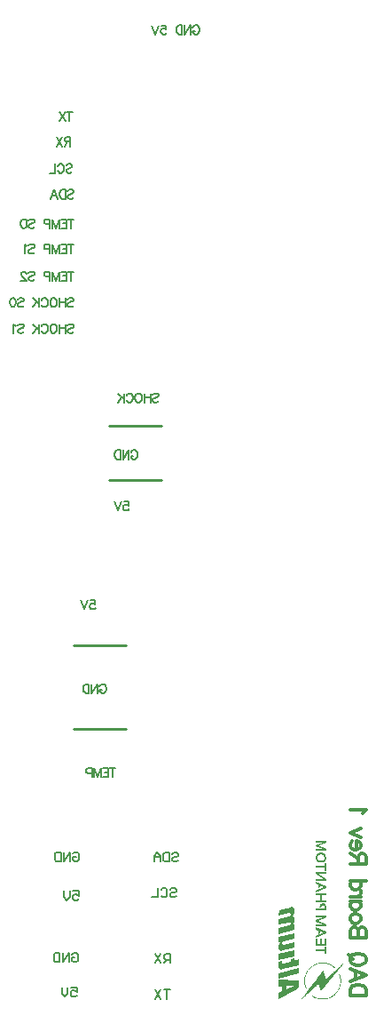
<source format=gbo>
G04*
G04 #@! TF.GenerationSoftware,Altium Limited,Altium Designer,20.2.6 (244)*
G04*
G04 Layer_Color=32896*
%FSLAX25Y25*%
%MOIN*%
G70*
G04*
G04 #@! TF.SameCoordinates,AB67291A-AA9B-40AF-8186-DAF89046D4B2*
G04*
G04*
G04 #@! TF.FilePolarity,Positive*
G04*
G01*
G75*
%ADD13C,0.01000*%
%ADD15C,0.00620*%
%ADD17C,0.01181*%
G36*
X126924Y75602D02*
X126932D01*
X126939D01*
X126975Y75594D01*
X127034Y75572D01*
X127106Y75551D01*
X127179Y75521D01*
X127260Y75478D01*
X127340Y75419D01*
X127413Y75354D01*
X127420Y75346D01*
X127442Y75317D01*
X127471Y75266D01*
X127507Y75208D01*
X127544Y75135D01*
X127588Y75040D01*
X127624Y74945D01*
X127653Y74836D01*
X127661Y74822D01*
X127668Y74785D01*
X127682Y74727D01*
X127697Y74647D01*
X127711Y74545D01*
X127719Y74428D01*
X127733Y74304D01*
Y74071D01*
X127726Y74005D01*
X127719Y73925D01*
X127711Y73837D01*
X127682Y73655D01*
Y73648D01*
X127675Y73611D01*
X127661Y73560D01*
X127646Y73502D01*
X127624Y73422D01*
X127595Y73342D01*
X127529Y73159D01*
X127522Y73145D01*
X127515Y73116D01*
X127493Y73065D01*
X127464Y72999D01*
X127420Y72926D01*
X127376Y72846D01*
X127325Y72758D01*
X127260Y72671D01*
X127252Y72664D01*
X127230Y72635D01*
X127194Y72591D01*
X127143Y72532D01*
X127077Y72467D01*
X127004Y72401D01*
X126924Y72328D01*
X126837Y72255D01*
X126844D01*
X126873Y72248D01*
X126917Y72234D01*
X126968Y72219D01*
X127034Y72197D01*
X127099Y72168D01*
X127230Y72102D01*
X127238Y72095D01*
X127260Y72088D01*
X127289Y72066D01*
X127332Y72037D01*
X127376Y72000D01*
X127420Y71949D01*
X127471Y71898D01*
X127515Y71840D01*
X127522Y71833D01*
X127529Y71811D01*
X127551Y71774D01*
X127573Y71723D01*
X127602Y71658D01*
X127631Y71585D01*
X127653Y71505D01*
X127675Y71410D01*
Y71395D01*
X127682Y71366D01*
X127697Y71315D01*
X127704Y71242D01*
X127719Y71155D01*
X127726Y71053D01*
X127733Y70936D01*
Y70710D01*
X127726Y70659D01*
X127719Y70601D01*
Y70535D01*
X127704Y70462D01*
X127682Y70294D01*
X127639Y70120D01*
X127588Y69937D01*
X127515Y69762D01*
Y69755D01*
X127507Y69740D01*
X127493Y69718D01*
X127478Y69682D01*
X127456Y69646D01*
X127427Y69602D01*
X127354Y69493D01*
X127267Y69369D01*
X127157Y69230D01*
X127026Y69099D01*
X126873Y68968D01*
Y68946D01*
X127573Y69113D01*
Y66941D01*
X121799Y65498D01*
Y67648D01*
X125612Y68610D01*
X125619D01*
X125627Y68618D01*
X125670Y68625D01*
X125729Y68647D01*
X125802Y68676D01*
X125889Y68713D01*
X125969Y68764D01*
X126049Y68822D01*
X126122Y68895D01*
X126130Y68902D01*
X126152Y68931D01*
X126173Y68975D01*
X126210Y69033D01*
X126239Y69106D01*
X126261Y69194D01*
X126283Y69296D01*
X126290Y69405D01*
Y69456D01*
X126283Y69507D01*
X126268Y69573D01*
X126246Y69646D01*
X126217Y69718D01*
X126181Y69777D01*
X126122Y69828D01*
X126115Y69835D01*
X126093Y69842D01*
X126049Y69857D01*
X125998Y69872D01*
X125926Y69879D01*
X125831D01*
X125729Y69864D01*
X125605Y69835D01*
X121799Y68888D01*
Y71038D01*
X125612Y71993D01*
X125619D01*
X125627Y72000D01*
X125670Y72008D01*
X125729Y72029D01*
X125802Y72066D01*
X125889Y72102D01*
X125969Y72153D01*
X126049Y72212D01*
X126122Y72285D01*
X126130Y72292D01*
X126152Y72321D01*
X126173Y72365D01*
X126210Y72430D01*
X126239Y72503D01*
X126261Y72598D01*
X126283Y72700D01*
X126290Y72817D01*
Y72868D01*
X126283Y72919D01*
X126268Y72984D01*
X126246Y73057D01*
X126217Y73123D01*
X126181Y73189D01*
X126122Y73232D01*
X126115Y73240D01*
X126093Y73247D01*
X126049Y73261D01*
X125998Y73276D01*
X125926Y73283D01*
X125838D01*
X125736Y73276D01*
X125612Y73247D01*
X121799Y72292D01*
Y73298D01*
X121807Y73334D01*
Y73378D01*
X121814Y73429D01*
X121836Y73553D01*
X121872Y73692D01*
X121923Y73852D01*
X121996Y74012D01*
X122098Y74173D01*
X122106Y74180D01*
X122113Y74195D01*
X122127Y74209D01*
X122149Y74238D01*
X122215Y74311D01*
X122302Y74399D01*
X122412Y74493D01*
X122543Y74581D01*
X122689Y74654D01*
X122849Y74712D01*
X126152Y75543D01*
X126159D01*
X126173Y75551D01*
X126195D01*
X126232Y75558D01*
X126312Y75572D01*
X126421Y75594D01*
X126545Y75609D01*
X126669Y75616D01*
X126800D01*
X126924Y75602D01*
D02*
G37*
G36*
X127573Y63726D02*
X123753Y62764D01*
X123746D01*
X123739Y62757D01*
X123695Y62749D01*
X123636Y62727D01*
X123564Y62698D01*
X123476Y62655D01*
X123389Y62603D01*
X123308Y62545D01*
X123235Y62472D01*
X123228Y62465D01*
X123206Y62436D01*
X123177Y62392D01*
X123148Y62334D01*
X123119Y62261D01*
X123090Y62173D01*
X123068Y62071D01*
X123061Y61955D01*
Y61904D01*
X123068Y61853D01*
X123082Y61794D01*
X123104Y61721D01*
X123133Y61656D01*
X123177Y61598D01*
X123235Y61546D01*
X123243Y61539D01*
X123272Y61532D01*
X123308Y61517D01*
X123367Y61510D01*
X123440Y61495D01*
X123527D01*
X123629Y61510D01*
X123753Y61532D01*
X127573Y62487D01*
Y60336D01*
X123199Y59243D01*
X123192D01*
X123177Y59236D01*
X123155D01*
X123126Y59228D01*
X123039Y59214D01*
X122937Y59192D01*
X122813Y59177D01*
X122689Y59170D01*
X122565D01*
X122441Y59184D01*
X122426D01*
X122390Y59199D01*
X122339Y59214D01*
X122266Y59243D01*
X122193Y59279D01*
X122120Y59323D01*
X122047Y59389D01*
X121982Y59461D01*
X121974Y59469D01*
X121952Y59498D01*
X121923Y59542D01*
X121887Y59593D01*
X121843Y59666D01*
X121799Y59746D01*
X121763Y59841D01*
X121726Y59943D01*
Y59957D01*
X121712Y59994D01*
X121705Y60052D01*
X121690Y60132D01*
X121675Y60227D01*
X121661Y60344D01*
X121653Y60467D01*
Y60708D01*
X121661Y60752D01*
X121668Y60817D01*
Y60883D01*
X121683Y60956D01*
X121705Y61116D01*
X121741Y61291D01*
X121792Y61466D01*
X121865Y61641D01*
Y61648D01*
X121872Y61663D01*
X121887Y61685D01*
X121901Y61721D01*
X121923Y61758D01*
X121952Y61802D01*
X122018Y61911D01*
X122106Y62035D01*
X122215Y62166D01*
X122339Y62297D01*
X122485Y62428D01*
Y62458D01*
X121792Y62290D01*
Y64433D01*
X127573Y65877D01*
Y63726D01*
D02*
G37*
G36*
Y57202D02*
X121792Y55758D01*
Y57909D01*
X127573Y59359D01*
Y57202D01*
D02*
G37*
G36*
Y55503D02*
X129337Y55970D01*
Y53812D01*
X123192Y52259D01*
X123184D01*
X123170Y52252D01*
X123148D01*
X123111Y52244D01*
X123031Y52223D01*
X122922Y52208D01*
X122798Y52186D01*
X122674Y52171D01*
X122543Y52164D01*
X122426Y52171D01*
X122412D01*
X122375Y52179D01*
X122324Y52193D01*
X122259Y52215D01*
X122193Y52244D01*
X122120Y52288D01*
X122055Y52339D01*
X121996Y52405D01*
X121989Y52412D01*
X121974Y52441D01*
X121952Y52478D01*
X121923Y52536D01*
X121894Y52609D01*
X121858Y52696D01*
X121828Y52798D01*
X121799Y52915D01*
Y52930D01*
X121792Y52973D01*
X121777Y53046D01*
X121770Y53141D01*
X121756Y53265D01*
X121748Y53404D01*
X121741Y53564D01*
Y53921D01*
X121748Y54009D01*
Y54220D01*
X121756Y54329D01*
Y54380D01*
X121763Y54446D01*
Y54526D01*
X121770Y54621D01*
X121777Y54723D01*
X121785Y54840D01*
X121792Y54963D01*
X123075Y55284D01*
Y54832D01*
X123082Y54774D01*
X123097Y54708D01*
X123111Y54643D01*
X123141Y54592D01*
X123177Y54541D01*
X123184Y54533D01*
X123199Y54526D01*
X123228Y54512D01*
X123265Y54497D01*
X123316Y54482D01*
X123374D01*
X123447D01*
X123527Y54497D01*
X126275Y55182D01*
Y56086D01*
X127573Y56407D01*
Y55503D01*
D02*
G37*
G36*
X129417Y50641D02*
X121792Y48723D01*
Y50881D01*
X129417Y52791D01*
Y50641D01*
D02*
G37*
G36*
Y47987D02*
Y46668D01*
X129410Y46638D01*
Y46558D01*
X129395Y46456D01*
X129381Y46339D01*
X129359Y46208D01*
X129330Y46070D01*
X129294Y45931D01*
Y45924D01*
X129286Y45917D01*
X129279Y45895D01*
X129272Y45873D01*
X129250Y45800D01*
X129213Y45713D01*
X129169Y45603D01*
X129111Y45487D01*
X129053Y45370D01*
X128980Y45246D01*
X128973Y45231D01*
X128944Y45195D01*
X128900Y45137D01*
X128849Y45056D01*
X128776Y44969D01*
X128696Y44874D01*
X128608Y44772D01*
X128506Y44670D01*
X128492Y44655D01*
X128462Y44626D01*
X128404Y44583D01*
X128331Y44517D01*
X128244Y44451D01*
X128134Y44371D01*
X128025Y44291D01*
X127901Y44218D01*
X121792Y40945D01*
X121799Y43424D01*
X123119Y44007D01*
Y45858D01*
X121792Y45785D01*
Y48271D01*
X129417Y47987D01*
D02*
G37*
G36*
X139486Y99834D02*
X136672Y98594D01*
X139486Y97340D01*
Y96626D01*
X135768D01*
Y97267D01*
X138363D01*
X135768Y98288D01*
Y98871D01*
X138363Y99877D01*
X135768D01*
Y100519D01*
X139486D01*
Y99834D01*
D02*
G37*
G36*
X137955Y95970D02*
X138232Y95912D01*
X138480Y95839D01*
X138669Y95751D01*
X138830Y95664D01*
X138932Y95591D01*
X139005Y95532D01*
X139019Y95518D01*
X139180Y95328D01*
X139296Y95110D01*
X139384Y94876D01*
X139442Y94658D01*
X139471Y94454D01*
X139500Y94293D01*
Y94147D01*
X139486Y93827D01*
X139427Y93535D01*
X139355Y93302D01*
X139267Y93098D01*
X139165Y92952D01*
X139092Y92835D01*
X139034Y92777D01*
X139019Y92748D01*
X138830Y92587D01*
X138611Y92485D01*
X138378Y92398D01*
X138144Y92339D01*
X137940Y92310D01*
X137780Y92296D01*
X137707Y92281D01*
X137663D01*
X137634D01*
X137619D01*
X137284Y92310D01*
X137007Y92369D01*
X136759Y92456D01*
X136570Y92544D01*
X136409Y92631D01*
X136293Y92704D01*
X136234Y92762D01*
X136205Y92777D01*
X136045Y92981D01*
X135943Y93200D01*
X135855Y93418D01*
X135797Y93637D01*
X135768Y93841D01*
X135753Y94002D01*
X135739Y94060D01*
Y94147D01*
X135753Y94468D01*
X135812Y94745D01*
X135884Y94978D01*
X135972Y95168D01*
X136059Y95328D01*
X136132Y95430D01*
X136191Y95503D01*
X136205Y95518D01*
X136409Y95678D01*
X136628Y95795D01*
X136861Y95868D01*
X137095Y95926D01*
X137299Y95955D01*
X137474Y95984D01*
X137532D01*
X137576D01*
X137605D01*
X137619D01*
X137955Y95970D01*
D02*
G37*
G36*
X139486Y89205D02*
X138888D01*
Y90269D01*
X135768D01*
Y90969D01*
X138888D01*
Y92019D01*
X139486D01*
Y89205D01*
D02*
G37*
G36*
Y88155D02*
X136774D01*
X139486Y86201D01*
Y85501D01*
X135768D01*
Y86172D01*
X138523D01*
X135768Y88140D01*
Y88811D01*
X139486D01*
Y88155D01*
D02*
G37*
G36*
Y83446D02*
Y82702D01*
X135768Y81142D01*
Y81842D01*
X138771Y83066D01*
X137372Y83650D01*
Y82906D01*
X136774Y82658D01*
Y83898D01*
X135768Y84320D01*
Y85064D01*
X139486Y83446D01*
D02*
G37*
G36*
Y80005D02*
X137940D01*
Y78168D01*
X139486D01*
Y77482D01*
X135768D01*
Y78168D01*
X137343D01*
Y80005D01*
X135768D01*
Y80675D01*
X139486D01*
Y80005D01*
D02*
G37*
G36*
X138626Y77016D02*
X138786Y76987D01*
X138917Y76943D01*
X139034Y76885D01*
X139107Y76826D01*
X139180Y76783D01*
X139209Y76753D01*
X139223Y76739D01*
X139311Y76622D01*
X139369Y76491D01*
X139427Y76345D01*
X139457Y76214D01*
X139471Y76083D01*
X139486Y75981D01*
Y74231D01*
X135768D01*
Y74916D01*
X138859D01*
Y75849D01*
X138844Y76010D01*
X138801Y76112D01*
X138757Y76185D01*
X138742Y76199D01*
X138640Y76272D01*
X138538Y76301D01*
X138451Y76316D01*
X138421D01*
X138407D01*
X138305Y76301D01*
X138217Y76272D01*
X138072Y76199D01*
X138013Y76141D01*
X137970Y76112D01*
X137955Y76083D01*
X137940Y76068D01*
X137882Y75966D01*
X137824Y75864D01*
X137736Y75631D01*
X137707Y75529D01*
X137678Y75441D01*
X137663Y75383D01*
Y75368D01*
X137065Y75470D01*
X137109Y75747D01*
X137182Y75981D01*
X137255Y76185D01*
X137328Y76345D01*
X137401Y76476D01*
X137459Y76564D01*
X137503Y76622D01*
X137517Y76637D01*
X137663Y76768D01*
X137809Y76870D01*
X137970Y76928D01*
X138115Y76987D01*
X138232Y77016D01*
X138348Y77030D01*
X138407D01*
X138436D01*
X138626Y77016D01*
D02*
G37*
G36*
X139486Y71592D02*
X136672Y70353D01*
X139486Y69113D01*
Y68384D01*
X135768D01*
Y69026D01*
X138363D01*
X135768Y70047D01*
Y70630D01*
X138363Y71650D01*
X135768D01*
Y72277D01*
X139486D01*
Y71592D01*
D02*
G37*
G36*
Y66329D02*
Y65585D01*
X135768Y64025D01*
Y64710D01*
X138771Y65950D01*
X137372Y66533D01*
Y65775D01*
X136774Y65541D01*
Y66781D01*
X135768Y67203D01*
Y67947D01*
X139486Y66329D01*
D02*
G37*
G36*
X136366Y61809D02*
X137343D01*
Y63573D01*
X137955D01*
Y61809D01*
X138888D01*
Y63675D01*
X139486D01*
Y61138D01*
X135768D01*
Y63704D01*
X136366D01*
Y61809D01*
D02*
G37*
G36*
X139486Y57931D02*
X138888D01*
Y58995D01*
X135768D01*
Y59666D01*
X138888D01*
Y60745D01*
X139486D01*
Y57931D01*
D02*
G37*
G36*
X139077Y54767D02*
X139486Y54694D01*
X139865Y54621D01*
X140200Y54533D01*
X140346Y54490D01*
X140477Y54446D01*
X140594Y54402D01*
X140696Y54373D01*
X140783Y54344D01*
X140842Y54315D01*
X140871Y54300D01*
X140885D01*
X141279Y54125D01*
X141658Y53921D01*
X141979Y53732D01*
X142271Y53527D01*
X142402Y53440D01*
X142504Y53352D01*
X142606Y53280D01*
X142693Y53221D01*
X142752Y53163D01*
X142795Y53119D01*
X142825Y53105D01*
X142839Y53090D01*
X142635Y52857D01*
X142300Y53134D01*
X141964Y53367D01*
X141644Y53571D01*
X141352Y53732D01*
X141090Y53863D01*
X140988Y53921D01*
X140885Y53965D01*
X140813Y53994D01*
X140754Y54023D01*
X140725Y54038D01*
X140710D01*
X140317Y54184D01*
X139938Y54286D01*
X139573Y54373D01*
X139252Y54431D01*
X139107Y54446D01*
X138976Y54475D01*
X138859D01*
X138771Y54490D01*
X138684Y54504D01*
X138626D01*
X138596D01*
X138582D01*
X138174D01*
X137794Y54490D01*
X137430Y54446D01*
X137095Y54402D01*
X136949Y54373D01*
X136818Y54344D01*
X136701Y54329D01*
X136614Y54300D01*
X136526Y54286D01*
X136468Y54271D01*
X136439Y54256D01*
X136424D01*
X136030Y54125D01*
X135651Y53965D01*
X135301Y53804D01*
X134995Y53644D01*
X134864Y53571D01*
X134747Y53498D01*
X134645Y53425D01*
X134558Y53382D01*
X134485Y53323D01*
X134441Y53294D01*
X134412Y53280D01*
X134397Y53265D01*
X134047Y53003D01*
X133741Y52725D01*
X133479Y52463D01*
X133246Y52201D01*
X133056Y51982D01*
X132983Y51894D01*
X132925Y51822D01*
X132867Y51749D01*
X132837Y51705D01*
X132823Y51676D01*
X132808Y51661D01*
X132589Y51311D01*
X132400Y50961D01*
X132239Y50626D01*
X132108Y50320D01*
X132006Y50057D01*
X131963Y49955D01*
X131933Y49853D01*
X131904Y49780D01*
X131890Y49722D01*
X131875Y49693D01*
Y49678D01*
X131788Y49285D01*
X131715Y48891D01*
X131671Y48526D01*
X131656Y48206D01*
X131642Y48045D01*
Y47506D01*
X131685Y47098D01*
X131744Y46704D01*
X131831Y46325D01*
X131919Y46004D01*
X131963Y45844D01*
X132006Y45713D01*
X132050Y45610D01*
X132079Y45508D01*
X132108Y45421D01*
X132137Y45363D01*
X132152Y45333D01*
Y45319D01*
X131875Y45202D01*
X131700Y45669D01*
X131627Y45888D01*
X131569Y46092D01*
X131525Y46267D01*
X131496Y46398D01*
X131467Y46485D01*
Y46514D01*
X131423Y46777D01*
X131394Y47010D01*
X131365Y47243D01*
X131350Y47448D01*
Y47622D01*
X131335Y47754D01*
Y47870D01*
X131350Y48220D01*
Y48381D01*
X131365Y48512D01*
X131379Y48629D01*
Y48731D01*
X131394Y48789D01*
Y48803D01*
X131452Y49139D01*
X131481Y49299D01*
X131510Y49445D01*
X131540Y49562D01*
X131569Y49649D01*
X131583Y49707D01*
Y49722D01*
X131715Y50145D01*
X131875Y50538D01*
X132035Y50888D01*
X132196Y51209D01*
X132269Y51340D01*
X132342Y51472D01*
X132400Y51574D01*
X132458Y51661D01*
X132517Y51734D01*
X132546Y51792D01*
X132560Y51822D01*
X132575Y51836D01*
X132837Y52186D01*
X133114Y52507D01*
X133391Y52798D01*
X133654Y53032D01*
X133872Y53236D01*
X133975Y53309D01*
X134047Y53382D01*
X134120Y53425D01*
X134164Y53469D01*
X134193Y53484D01*
X134208Y53498D01*
X134572Y53746D01*
X134937Y53950D01*
X135301Y54140D01*
X135622Y54286D01*
X135768Y54344D01*
X135899Y54388D01*
X136016Y54431D01*
X136118Y54475D01*
X136191Y54504D01*
X136264Y54519D01*
X136293Y54533D01*
X136307D01*
X136730Y54636D01*
X137153Y54723D01*
X137547Y54767D01*
X137897Y54796D01*
X138057Y54811D01*
X138203D01*
X138334D01*
X138436D01*
X138523D01*
X138582D01*
X138626D01*
X138640D01*
X139077Y54767D01*
D02*
G37*
G36*
X145916Y54315D02*
X145945D01*
X145959Y54300D01*
X145580Y53834D01*
X145201Y53367D01*
X144851Y52944D01*
X144691Y52740D01*
X144530Y52551D01*
X144399Y52390D01*
X144268Y52230D01*
X144166Y52099D01*
X144064Y51982D01*
X143991Y51894D01*
X143933Y51822D01*
X143904Y51778D01*
X143889Y51763D01*
X143510Y51297D01*
X143131Y50830D01*
X142781Y50393D01*
X142606Y50203D01*
X142460Y50014D01*
X142314Y49839D01*
X142198Y49678D01*
X142081Y49547D01*
X141979Y49430D01*
X141906Y49343D01*
X141848Y49270D01*
X141819Y49226D01*
X141804Y49212D01*
X141425Y48745D01*
X141046Y48279D01*
X140696Y47841D01*
X140535Y47652D01*
X140375Y47462D01*
X140244Y47287D01*
X140113Y47127D01*
X140011Y46996D01*
X139909Y46879D01*
X139836Y46791D01*
X139777Y46719D01*
X139748Y46675D01*
X139734Y46660D01*
X139340Y46179D01*
X138961Y45727D01*
X138611Y45290D01*
X138451Y45086D01*
X138290Y44896D01*
X138144Y44736D01*
X138028Y44575D01*
X137911Y44429D01*
X137809Y44313D01*
X137736Y44225D01*
X137678Y44153D01*
X137649Y44109D01*
X137634Y44094D01*
X137547Y44357D01*
X137459Y44619D01*
X137372Y44852D01*
X137299Y45056D01*
X137241Y45246D01*
X137197Y45377D01*
X137168Y45465D01*
X137153Y45479D01*
Y45494D01*
X137065Y45756D01*
X136993Y46004D01*
X136905Y46237D01*
X136832Y46456D01*
X136774Y46631D01*
X136730Y46777D01*
X136701Y46864D01*
X136686Y46879D01*
Y46894D01*
X136395Y46617D01*
X136103Y46354D01*
X135826Y46106D01*
X135593Y45873D01*
X135389Y45698D01*
X135228Y45552D01*
X135170Y45494D01*
X135126Y45450D01*
X135112Y45436D01*
X135097Y45421D01*
X134806Y45144D01*
X134514Y44881D01*
X134237Y44619D01*
X134004Y44400D01*
X133800Y44211D01*
X133639Y44065D01*
X133581Y44007D01*
X133537Y43963D01*
X133523Y43948D01*
X133508Y43934D01*
X133216Y43657D01*
X132939Y43394D01*
X132677Y43146D01*
X132444Y42928D01*
X132239Y42738D01*
X132079Y42607D01*
X132021Y42549D01*
X131977Y42505D01*
X131963Y42490D01*
X131948Y42476D01*
X131656Y42199D01*
X131379Y41936D01*
X131117Y41688D01*
X130884Y41470D01*
X130679Y41280D01*
X130519Y41149D01*
X130461Y41091D01*
X130417Y41047D01*
X130402Y41032D01*
X130388Y41018D01*
X130373D01*
X130359D01*
X130330Y41032D01*
X130315Y41047D01*
X130694Y41557D01*
X131059Y42038D01*
X131408Y42505D01*
X131569Y42724D01*
X131715Y42913D01*
X131860Y43103D01*
X131977Y43263D01*
X132094Y43409D01*
X132181Y43540D01*
X132254Y43642D01*
X132312Y43715D01*
X132342Y43759D01*
X132356Y43773D01*
X132735Y44284D01*
X133100Y44779D01*
X133450Y45246D01*
X133610Y45450D01*
X133756Y45654D01*
X133902Y45829D01*
X134018Y46004D01*
X134135Y46150D01*
X134222Y46267D01*
X134295Y46369D01*
X134354Y46442D01*
X134383Y46485D01*
X134397Y46500D01*
X134791Y47010D01*
X135155Y47506D01*
X135505Y47972D01*
X135666Y48191D01*
X135826Y48381D01*
X135957Y48570D01*
X136089Y48731D01*
X136191Y48876D01*
X136293Y49008D01*
X136366Y49110D01*
X136424Y49183D01*
X136453Y49226D01*
X136468Y49241D01*
X136861Y49751D01*
X137241Y50247D01*
X137590Y50713D01*
X137751Y50932D01*
X137897Y51136D01*
X138042Y51326D01*
X138159Y51486D01*
X138276Y51632D01*
X138363Y51763D01*
X138436Y51865D01*
X138494Y51938D01*
X138523Y51982D01*
X138538Y51996D01*
X138626Y51676D01*
X138713Y51370D01*
X138786Y51078D01*
X138859Y50815D01*
X138903Y50597D01*
X138932Y50509D01*
X138946Y50437D01*
X138976Y50378D01*
Y50334D01*
X138990Y50305D01*
Y50291D01*
X139077Y49970D01*
X139165Y49664D01*
X139238Y49387D01*
X139311Y49124D01*
X139369Y48906D01*
X139398Y48818D01*
X139413Y48745D01*
X139427Y48687D01*
X139442Y48643D01*
X139457Y48614D01*
Y48599D01*
X139763Y48876D01*
X140040Y49139D01*
X140317Y49372D01*
X140565Y49591D01*
X140769Y49780D01*
X140929Y49926D01*
X140988Y49970D01*
X141031Y50014D01*
X141046Y50028D01*
X141060Y50043D01*
X141367Y50320D01*
X141658Y50582D01*
X141935Y50815D01*
X142183Y51034D01*
X142387Y51224D01*
X142548Y51370D01*
X142606Y51413D01*
X142650Y51457D01*
X142664Y51472D01*
X142679Y51486D01*
X142985Y51749D01*
X143262Y52011D01*
X143539Y52259D01*
X143787Y52463D01*
X143991Y52653D01*
X144151Y52798D01*
X144210Y52842D01*
X144253Y52886D01*
X144268Y52900D01*
X144283Y52915D01*
X144589Y53177D01*
X144866Y53440D01*
X145143Y53673D01*
X145376Y53892D01*
X145580Y54067D01*
X145741Y54213D01*
X145799Y54256D01*
X145843Y54300D01*
X145857Y54315D01*
X145872Y54329D01*
X145901D01*
X145916Y54315D01*
D02*
G37*
G36*
X144866Y49970D02*
X144982Y49562D01*
X145070Y49183D01*
X145128Y48847D01*
X145143Y48687D01*
X145172Y48556D01*
Y48424D01*
X145187Y48322D01*
X145201Y48250D01*
Y47710D01*
X145172Y47302D01*
X145128Y46923D01*
X145070Y46587D01*
X145041Y46442D01*
X145012Y46310D01*
X144982Y46194D01*
X144953Y46092D01*
X144939Y46004D01*
X144924Y45946D01*
X144910Y45917D01*
Y45902D01*
X144778Y45508D01*
X144618Y45144D01*
X144457Y44794D01*
X144297Y44502D01*
X144224Y44371D01*
X144151Y44240D01*
X144079Y44138D01*
X144035Y44050D01*
X143976Y43992D01*
X143947Y43934D01*
X143933Y43905D01*
X143918Y43890D01*
X143670Y43555D01*
X143393Y43234D01*
X143131Y42957D01*
X142883Y42709D01*
X142650Y42520D01*
X142562Y42432D01*
X142475Y42374D01*
X142402Y42315D01*
X142358Y42272D01*
X142329Y42257D01*
X142314Y42243D01*
X141950Y42009D01*
X141585Y41791D01*
X141235Y41630D01*
X140915Y41484D01*
X140769Y41426D01*
X140638Y41368D01*
X140521Y41339D01*
X140434Y41295D01*
X140346Y41266D01*
X140288Y41251D01*
X140259Y41236D01*
X140244D01*
X139836Y41134D01*
X139427Y41061D01*
X139048Y41003D01*
X138713Y40974D01*
X138567Y40960D01*
X138421D01*
X138305Y40945D01*
X138203D01*
X138130D01*
X138057D01*
X138028D01*
X138013D01*
X137590Y40974D01*
X137197Y41032D01*
X136832Y41105D01*
X136497Y41178D01*
X136351Y41222D01*
X136220Y41251D01*
X136103Y41295D01*
X136016Y41324D01*
X135928Y41353D01*
X135870Y41368D01*
X135841Y41382D01*
X135826D01*
X135433Y41543D01*
X135053Y41732D01*
X134718Y41922D01*
X134426Y42111D01*
X134295Y42199D01*
X134179Y42272D01*
X134077Y42345D01*
X133989Y42417D01*
X133916Y42461D01*
X133872Y42505D01*
X133843Y42520D01*
X133829Y42534D01*
X133843D01*
X134018Y42782D01*
X134354Y42534D01*
X134689Y42301D01*
X135010Y42111D01*
X135301Y41965D01*
X135549Y41834D01*
X135666Y41791D01*
X135753Y41747D01*
X135826Y41718D01*
X135884Y41688D01*
X135914Y41674D01*
X135928D01*
X136322Y41543D01*
X136686Y41455D01*
X137051Y41368D01*
X137372Y41324D01*
X137503Y41295D01*
X137634Y41280D01*
X137751D01*
X137853Y41266D01*
X137926Y41251D01*
X137984D01*
X138013D01*
X138028D01*
X138421D01*
X138815Y41280D01*
X139165Y41324D01*
X139486Y41382D01*
X139632Y41411D01*
X139763Y41426D01*
X139879Y41455D01*
X139967Y41484D01*
X140054Y41499D01*
X140113Y41513D01*
X140142Y41528D01*
X140156D01*
X140550Y41659D01*
X140915Y41820D01*
X141250Y41980D01*
X141542Y42140D01*
X141673Y42213D01*
X141789Y42286D01*
X141877Y42345D01*
X141964Y42403D01*
X142037Y42447D01*
X142081Y42476D01*
X142110Y42505D01*
X142125D01*
X142460Y42767D01*
X142752Y43030D01*
X143029Y43292D01*
X143247Y43540D01*
X143437Y43744D01*
X143568Y43919D01*
X143626Y43977D01*
X143656Y44021D01*
X143685Y44050D01*
Y44065D01*
X143904Y44415D01*
X144093Y44750D01*
X144253Y45071D01*
X144385Y45363D01*
X144487Y45625D01*
X144530Y45727D01*
X144560Y45815D01*
X144589Y45888D01*
X144603Y45946D01*
X144618Y45975D01*
Y45990D01*
X144720Y46383D01*
X144793Y46762D01*
X144837Y47112D01*
X144866Y47448D01*
Y47593D01*
X144880Y47725D01*
Y48118D01*
X144851Y48526D01*
X144808Y48920D01*
X144735Y49285D01*
X144647Y49605D01*
X144618Y49751D01*
X144574Y49882D01*
X144545Y49999D01*
X144501Y50086D01*
X144487Y50174D01*
X144457Y50232D01*
X144443Y50261D01*
Y50276D01*
X144720Y50378D01*
X144866Y49970D01*
D02*
G37*
%LPC*%
G36*
X127755Y46121D02*
X124577Y45939D01*
Y44648D01*
X127755Y46121D01*
D02*
G37*
G36*
X137736Y95270D02*
X137663D01*
X137649D01*
X137634D01*
X137415Y95255D01*
X137211Y95226D01*
X137051Y95183D01*
X136920Y95124D01*
X136803Y95066D01*
X136730Y95022D01*
X136686Y94993D01*
X136672Y94978D01*
X136570Y94862D01*
X136482Y94731D01*
X136424Y94599D01*
X136395Y94454D01*
X136366Y94337D01*
X136351Y94235D01*
Y94147D01*
X136366Y93943D01*
X136395Y93768D01*
X136453Y93608D01*
X136511Y93491D01*
X136570Y93389D01*
X136628Y93331D01*
X136657Y93287D01*
X136672Y93273D01*
X136803Y93185D01*
X136963Y93112D01*
X137124Y93068D01*
X137270Y93025D01*
X137415Y93010D01*
X137532Y92996D01*
X137605D01*
X137634D01*
X137853Y93010D01*
X138042Y93039D01*
X138203Y93083D01*
X138348Y93141D01*
X138451Y93185D01*
X138523Y93229D01*
X138567Y93258D01*
X138582Y93273D01*
X138698Y93389D01*
X138771Y93535D01*
X138830Y93681D01*
X138873Y93827D01*
X138903Y93943D01*
X138917Y94045D01*
Y94147D01*
X138903Y94337D01*
X138859Y94512D01*
X138815Y94658D01*
X138757Y94774D01*
X138684Y94862D01*
X138640Y94920D01*
X138596Y94964D01*
X138582Y94978D01*
X138451Y95080D01*
X138305Y95153D01*
X138144Y95197D01*
X137984Y95241D01*
X137853Y95255D01*
X137736Y95270D01*
D02*
G37*
%LPD*%
D13*
X44488Y142520D02*
X64173D01*
X44488Y173622D02*
X64173D01*
X57874Y235827D02*
X77559D01*
X57874Y255906D02*
X77559D01*
D15*
X66243Y246123D02*
X66405Y246447D01*
X66729Y246771D01*
X67053Y246933D01*
X67700D01*
X68024Y246771D01*
X68348Y246447D01*
X68510Y246123D01*
X68671Y245638D01*
Y244828D01*
X68510Y244343D01*
X68348Y244019D01*
X68024Y243695D01*
X67700Y243533D01*
X67053D01*
X66729Y243695D01*
X66405Y244019D01*
X66243Y244343D01*
Y244828D01*
X67053D02*
X66243D01*
X65466Y246933D02*
Y243533D01*
Y246933D02*
X63200Y243533D01*
Y246933D02*
Y243533D01*
X62261Y246933D02*
Y243533D01*
Y246933D02*
X61128D01*
X60643Y246771D01*
X60319Y246447D01*
X60157Y246123D01*
X59995Y245638D01*
Y244828D01*
X60157Y244343D01*
X60319Y244019D01*
X60643Y243695D01*
X61128Y243533D01*
X62261D01*
X80876Y44570D02*
X78610D01*
X79743D01*
Y41171D01*
X77477Y44570D02*
X75211Y41171D01*
Y44570D02*
X77477Y41171D01*
X80876Y54557D02*
Y57956D01*
X79177D01*
X78610Y57389D01*
Y56257D01*
X79177Y55690D01*
X80876D01*
X79743D02*
X78610Y54557D01*
X77477Y57956D02*
X75211Y54557D01*
Y57956D02*
X77477Y54557D01*
X81764Y95402D02*
X82331Y95969D01*
X83464D01*
X84030Y95402D01*
Y94836D01*
X83464Y94269D01*
X82331D01*
X81764Y93703D01*
Y93137D01*
X82331Y92570D01*
X83464D01*
X84030Y93137D01*
X80631Y95969D02*
Y92570D01*
X78932D01*
X78365Y93137D01*
Y95402D01*
X78932Y95969D01*
X80631D01*
X77232Y92570D02*
Y94836D01*
X76099Y95969D01*
X74966Y94836D01*
Y92570D01*
Y94269D01*
X77232D01*
X80914Y82102D02*
X81481Y82669D01*
X82613D01*
X83180Y82102D01*
Y81536D01*
X82613Y80969D01*
X81481D01*
X80914Y80403D01*
Y79836D01*
X81481Y79270D01*
X82613D01*
X83180Y79836D01*
X77515Y82102D02*
X78082Y82669D01*
X79215D01*
X79781Y82102D01*
Y79836D01*
X79215Y79270D01*
X78082D01*
X77515Y79836D01*
X76382Y82669D02*
Y79270D01*
X74116D01*
X59271Y127641D02*
Y124242D01*
X60404Y127641D02*
X58137D01*
X55628D02*
X57733D01*
Y124242D01*
X55628D01*
X57733Y126023D02*
X56438D01*
X55062Y127641D02*
Y124242D01*
Y127641D02*
X53767Y124242D01*
X52472Y127641D02*
X53767Y124242D01*
X52472Y127641D02*
Y124242D01*
X51501Y125861D02*
X50044D01*
X49558Y126023D01*
X49396Y126184D01*
X49235Y126508D01*
Y126994D01*
X49396Y127318D01*
X49558Y127479D01*
X50044Y127641D01*
X51501D01*
Y124242D01*
X74279Y267707D02*
X74603Y268031D01*
X75089Y268193D01*
X75736D01*
X76222Y268031D01*
X76545Y267707D01*
Y267383D01*
X76384Y267059D01*
X76222Y266898D01*
X75898Y266736D01*
X74927Y266412D01*
X74603Y266250D01*
X74441Y266088D01*
X74279Y265764D01*
Y265279D01*
X74603Y264955D01*
X75089Y264793D01*
X75736D01*
X76222Y264955D01*
X76545Y265279D01*
X73518Y268193D02*
Y264793D01*
X71252Y268193D02*
Y264793D01*
X73518Y266574D02*
X71252D01*
X69342Y268193D02*
X69666Y268031D01*
X69990Y267707D01*
X70152Y267383D01*
X70313Y266898D01*
Y266088D01*
X70152Y265603D01*
X69990Y265279D01*
X69666Y264955D01*
X69342Y264793D01*
X68695D01*
X68371Y264955D01*
X68047Y265279D01*
X67885Y265603D01*
X67723Y266088D01*
Y266898D01*
X67885Y267383D01*
X68047Y267707D01*
X68371Y268031D01*
X68695Y268193D01*
X69342D01*
X64502Y267383D02*
X64664Y267707D01*
X64988Y268031D01*
X65312Y268193D01*
X65959D01*
X66283Y268031D01*
X66606Y267707D01*
X66768Y267383D01*
X66930Y266898D01*
Y266088D01*
X66768Y265603D01*
X66606Y265279D01*
X66283Y264955D01*
X65959Y264793D01*
X65312D01*
X64988Y264955D01*
X64664Y265279D01*
X64502Y265603D01*
X63547Y268193D02*
Y264793D01*
X61281Y268193D02*
X63547Y265926D01*
X62738Y266736D02*
X61281Y264793D01*
X42389Y293691D02*
X42713Y294015D01*
X43199Y294177D01*
X43846D01*
X44332Y294015D01*
X44656Y293691D01*
Y293367D01*
X44494Y293044D01*
X44332Y292882D01*
X44008Y292720D01*
X43037Y292396D01*
X42713Y292234D01*
X42551Y292072D01*
X42389Y291749D01*
Y291263D01*
X42713Y290939D01*
X43199Y290777D01*
X43846D01*
X44332Y290939D01*
X44656Y291263D01*
X41629Y294177D02*
Y290777D01*
X39362Y294177D02*
Y290777D01*
X41629Y292558D02*
X39362D01*
X37452Y294177D02*
X37776Y294015D01*
X38100Y293691D01*
X38262Y293367D01*
X38424Y292882D01*
Y292072D01*
X38262Y291587D01*
X38100Y291263D01*
X37776Y290939D01*
X37452Y290777D01*
X36805D01*
X36481Y290939D01*
X36157Y291263D01*
X35996Y291587D01*
X35834Y292072D01*
Y292882D01*
X35996Y293367D01*
X36157Y293691D01*
X36481Y294015D01*
X36805Y294177D01*
X37452D01*
X32612Y293367D02*
X32774Y293691D01*
X33098Y294015D01*
X33422Y294177D01*
X34069D01*
X34393Y294015D01*
X34717Y293691D01*
X34879Y293367D01*
X35041Y292882D01*
Y292072D01*
X34879Y291587D01*
X34717Y291263D01*
X34393Y290939D01*
X34069Y290777D01*
X33422D01*
X33098Y290939D01*
X32774Y291263D01*
X32612Y291587D01*
X31657Y294177D02*
Y290777D01*
X29391Y294177D02*
X31657Y291911D01*
X30848Y292720D02*
X29391Y290777D01*
X23693Y293691D02*
X24017Y294015D01*
X24503Y294177D01*
X25150D01*
X25636Y294015D01*
X25960Y293691D01*
Y293367D01*
X25798Y293044D01*
X25636Y292882D01*
X25312Y292720D01*
X24341Y292396D01*
X24017Y292234D01*
X23855Y292072D01*
X23693Y291749D01*
Y291263D01*
X24017Y290939D01*
X24503Y290777D01*
X25150D01*
X25636Y290939D01*
X25960Y291263D01*
X22933Y293529D02*
X22609Y293691D01*
X22123Y294177D01*
Y290777D01*
X42389Y303534D02*
X42713Y303857D01*
X43199Y304019D01*
X43846D01*
X44332Y303857D01*
X44656Y303534D01*
Y303210D01*
X44494Y302886D01*
X44332Y302724D01*
X44008Y302562D01*
X43037Y302239D01*
X42713Y302077D01*
X42551Y301915D01*
X42389Y301591D01*
Y301106D01*
X42713Y300782D01*
X43199Y300620D01*
X43846D01*
X44332Y300782D01*
X44656Y301106D01*
X41629Y304019D02*
Y300620D01*
X39362Y304019D02*
Y300620D01*
X41629Y302401D02*
X39362D01*
X37452Y304019D02*
X37776Y303857D01*
X38100Y303534D01*
X38262Y303210D01*
X38424Y302724D01*
Y301915D01*
X38262Y301429D01*
X38100Y301106D01*
X37776Y300782D01*
X37452Y300620D01*
X36805D01*
X36481Y300782D01*
X36157Y301106D01*
X35996Y301429D01*
X35834Y301915D01*
Y302724D01*
X35996Y303210D01*
X36157Y303534D01*
X36481Y303857D01*
X36805Y304019D01*
X37452D01*
X32612Y303210D02*
X32774Y303534D01*
X33098Y303857D01*
X33422Y304019D01*
X34069D01*
X34393Y303857D01*
X34717Y303534D01*
X34879Y303210D01*
X35041Y302724D01*
Y301915D01*
X34879Y301429D01*
X34717Y301106D01*
X34393Y300782D01*
X34069Y300620D01*
X33422D01*
X33098Y300782D01*
X32774Y301106D01*
X32612Y301429D01*
X31657Y304019D02*
Y300620D01*
X29391Y304019D02*
X31657Y301753D01*
X30848Y302562D02*
X29391Y300620D01*
X23693Y303534D02*
X24017Y303857D01*
X24503Y304019D01*
X25150D01*
X25636Y303857D01*
X25960Y303534D01*
Y303210D01*
X25798Y302886D01*
X25636Y302724D01*
X25312Y302562D01*
X24341Y302239D01*
X24017Y302077D01*
X23855Y301915D01*
X23693Y301591D01*
Y301106D01*
X24017Y300782D01*
X24503Y300620D01*
X25150D01*
X25636Y300782D01*
X25960Y301106D01*
X21961Y304019D02*
X22447Y303857D01*
X22771Y303372D01*
X22933Y302562D01*
Y302077D01*
X22771Y301268D01*
X22447Y300782D01*
X21961Y300620D01*
X21638D01*
X21152Y300782D01*
X20828Y301268D01*
X20666Y302077D01*
Y302562D01*
X20828Y303372D01*
X21152Y303857D01*
X21638Y304019D01*
X21961D01*
X43523Y313862D02*
Y310462D01*
X44656Y313862D02*
X42389D01*
X39880D02*
X41985D01*
Y310462D01*
X39880D01*
X41985Y312243D02*
X40690D01*
X39314Y313862D02*
Y310462D01*
Y313862D02*
X38019Y310462D01*
X36724Y313862D02*
X38019Y310462D01*
X36724Y313862D02*
Y310462D01*
X35753Y312081D02*
X34296D01*
X33810Y312243D01*
X33648Y312405D01*
X33487Y312729D01*
Y313214D01*
X33648Y313538D01*
X33810Y313700D01*
X34296Y313862D01*
X35753D01*
Y310462D01*
X27789Y313376D02*
X28113Y313700D01*
X28598Y313862D01*
X29245D01*
X29731Y313700D01*
X30055Y313376D01*
Y313052D01*
X29893Y312729D01*
X29731Y312567D01*
X29407Y312405D01*
X28436Y312081D01*
X28113Y311919D01*
X27951Y311757D01*
X27789Y311434D01*
Y310948D01*
X28113Y310624D01*
X28598Y310462D01*
X29245D01*
X29731Y310624D01*
X30055Y310948D01*
X26866Y313052D02*
Y313214D01*
X26704Y313538D01*
X26542Y313700D01*
X26219Y313862D01*
X25571D01*
X25247Y313700D01*
X25085Y313538D01*
X24924Y313214D01*
Y312891D01*
X25085Y312567D01*
X25409Y312081D01*
X27028Y310462D01*
X24762D01*
X43523Y324098D02*
Y320699D01*
X44656Y324098D02*
X42389D01*
X39880D02*
X41985D01*
Y320699D01*
X39880D01*
X41985Y322479D02*
X40690D01*
X39314Y324098D02*
Y320699D01*
Y324098D02*
X38019Y320699D01*
X36724Y324098D02*
X38019Y320699D01*
X36724Y324098D02*
Y320699D01*
X35753Y322317D02*
X34296D01*
X33810Y322479D01*
X33648Y322641D01*
X33487Y322965D01*
Y323450D01*
X33648Y323774D01*
X33810Y323936D01*
X34296Y324098D01*
X35753D01*
Y320699D01*
X27789Y323612D02*
X28113Y323936D01*
X28598Y324098D01*
X29245D01*
X29731Y323936D01*
X30055Y323612D01*
Y323289D01*
X29893Y322965D01*
X29731Y322803D01*
X29407Y322641D01*
X28436Y322317D01*
X28113Y322156D01*
X27951Y321994D01*
X27789Y321670D01*
Y321184D01*
X28113Y320861D01*
X28598Y320699D01*
X29245D01*
X29731Y320861D01*
X30055Y321184D01*
X27028Y323450D02*
X26704Y323612D01*
X26219Y324098D01*
Y320699D01*
X43523Y333547D02*
Y330148D01*
X44656Y333547D02*
X42389D01*
X39880D02*
X41985D01*
Y330148D01*
X39880D01*
X41985Y331928D02*
X40690D01*
X39314Y333547D02*
Y330148D01*
Y333547D02*
X38019Y330148D01*
X36724Y333547D02*
X38019Y330148D01*
X36724Y333547D02*
Y330148D01*
X35753Y331766D02*
X34296D01*
X33810Y331928D01*
X33648Y332090D01*
X33487Y332414D01*
Y332899D01*
X33648Y333223D01*
X33810Y333385D01*
X34296Y333547D01*
X35753D01*
Y330148D01*
X27789Y333061D02*
X28113Y333385D01*
X28598Y333547D01*
X29245D01*
X29731Y333385D01*
X30055Y333061D01*
Y332737D01*
X29893Y332414D01*
X29731Y332252D01*
X29407Y332090D01*
X28436Y331766D01*
X28113Y331604D01*
X27951Y331442D01*
X27789Y331119D01*
Y330633D01*
X28113Y330309D01*
X28598Y330148D01*
X29245D01*
X29731Y330309D01*
X30055Y330633D01*
X26057Y333547D02*
X26542Y333385D01*
X26866Y332899D01*
X27028Y332090D01*
Y331604D01*
X26866Y330795D01*
X26542Y330309D01*
X26057Y330148D01*
X25733D01*
X25247Y330309D01*
X24924Y330795D01*
X24762Y331604D01*
Y332090D01*
X24924Y332899D01*
X25247Y333385D01*
X25733Y333547D01*
X26057D01*
X41864Y353734D02*
X42188Y354057D01*
X42673Y354219D01*
X43321D01*
X43806Y354057D01*
X44130Y353734D01*
Y353410D01*
X43968Y353086D01*
X43806Y352924D01*
X43483Y352762D01*
X42511Y352439D01*
X42188Y352277D01*
X42026Y352115D01*
X41864Y351791D01*
Y351306D01*
X42188Y350982D01*
X42673Y350820D01*
X43321D01*
X43806Y350982D01*
X44130Y351306D01*
X38675Y353410D02*
X38837Y353734D01*
X39161Y354057D01*
X39484Y354219D01*
X40132D01*
X40455Y354057D01*
X40779Y353734D01*
X40941Y353410D01*
X41103Y352924D01*
Y352115D01*
X40941Y351629D01*
X40779Y351306D01*
X40455Y350982D01*
X40132Y350820D01*
X39484D01*
X39161Y350982D01*
X38837Y351306D01*
X38675Y351629D01*
X37720Y354219D02*
Y350820D01*
X35778D01*
X42364Y344084D02*
X42688Y344407D01*
X43173Y344569D01*
X43821D01*
X44306Y344407D01*
X44630Y344084D01*
Y343760D01*
X44468Y343436D01*
X44306Y343274D01*
X43982Y343112D01*
X43011Y342789D01*
X42688Y342627D01*
X42526Y342465D01*
X42364Y342141D01*
Y341656D01*
X42688Y341332D01*
X43173Y341170D01*
X43821D01*
X44306Y341332D01*
X44630Y341656D01*
X41603Y344569D02*
Y341170D01*
Y344569D02*
X40470D01*
X39984Y344407D01*
X39661Y344084D01*
X39499Y343760D01*
X39337Y343274D01*
Y342465D01*
X39499Y341979D01*
X39661Y341656D01*
X39984Y341332D01*
X40470Y341170D01*
X41603D01*
X35986D02*
X37281Y344569D01*
X38576Y341170D01*
X38090Y342303D02*
X36472D01*
X43475Y364255D02*
Y360856D01*
Y364255D02*
X42018D01*
X41532Y364094D01*
X41370Y363932D01*
X41208Y363608D01*
Y363284D01*
X41370Y362961D01*
X41532Y362799D01*
X42018Y362637D01*
X43475D01*
X42341D02*
X41208Y360856D01*
X40448Y364255D02*
X38181Y360856D01*
Y364255D02*
X40448Y360856D01*
X43129Y373704D02*
Y370305D01*
X44262Y373704D02*
X41996D01*
X41591D02*
X39325Y370305D01*
Y373704D02*
X41591Y370305D01*
X89452Y405460D02*
X89614Y405784D01*
X89938Y406107D01*
X90261Y406269D01*
X90909D01*
X91233Y406107D01*
X91556Y405784D01*
X91718Y405460D01*
X91880Y404974D01*
Y404165D01*
X91718Y403679D01*
X91556Y403356D01*
X91233Y403032D01*
X90909Y402870D01*
X90261D01*
X89938Y403032D01*
X89614Y403356D01*
X89452Y403679D01*
Y404165D01*
X90261D02*
X89452D01*
X88675Y406269D02*
Y402870D01*
Y406269D02*
X86409Y402870D01*
Y406269D02*
Y402870D01*
X85470Y406269D02*
Y402870D01*
Y406269D02*
X84337D01*
X83851Y406107D01*
X83527Y405784D01*
X83366Y405460D01*
X83204Y404974D01*
Y404165D01*
X83366Y403679D01*
X83527Y403356D01*
X83851Y403032D01*
X84337Y402870D01*
X85470D01*
X54432Y158328D02*
X54594Y158652D01*
X54918Y158976D01*
X55242Y159137D01*
X55889D01*
X56213Y158976D01*
X56537Y158652D01*
X56698Y158328D01*
X56860Y157842D01*
Y157033D01*
X56698Y156547D01*
X56537Y156224D01*
X56213Y155900D01*
X55889Y155738D01*
X55242D01*
X54918Y155900D01*
X54594Y156224D01*
X54432Y156547D01*
Y157033D01*
X55242D02*
X54432D01*
X53655Y159137D02*
Y155738D01*
Y159137D02*
X51389Y155738D01*
Y159137D02*
Y155738D01*
X50450Y159137D02*
Y155738D01*
Y159137D02*
X49317D01*
X48831Y158976D01*
X48508Y158652D01*
X48346Y158328D01*
X48184Y157842D01*
Y157033D01*
X48346Y156547D01*
X48508Y156224D01*
X48831Y155900D01*
X49317Y155738D01*
X50450D01*
X44358Y95578D02*
X44925Y96145D01*
X46058D01*
X46624Y95578D01*
Y93313D01*
X46058Y92746D01*
X44925D01*
X44358Y93313D01*
Y94445D01*
X45491D01*
X43225Y92746D02*
Y96145D01*
X40959Y92746D01*
Y96145D01*
X39826D02*
Y92746D01*
X38127D01*
X37560Y93313D01*
Y95578D01*
X38127Y96145D01*
X39826D01*
X43964Y57783D02*
X44531Y58350D01*
X45664D01*
X46230Y57783D01*
Y55517D01*
X45664Y54951D01*
X44531D01*
X43964Y55517D01*
Y56650D01*
X45097D01*
X42832Y54951D02*
Y58350D01*
X40566Y54951D01*
Y58350D01*
X39433D02*
Y54951D01*
X37733D01*
X37167Y55517D01*
Y57783D01*
X37733Y58350D01*
X39433D01*
X43571Y45357D02*
X45837D01*
Y43658D01*
X44704Y44225D01*
X44137D01*
X43571Y43658D01*
Y42525D01*
X44137Y41959D01*
X45270D01*
X45837Y42525D01*
X42438Y45357D02*
Y43092D01*
X41305Y41959D01*
X40172Y43092D01*
Y45357D01*
X44358Y81578D02*
X46624D01*
Y79878D01*
X45491Y80445D01*
X44925D01*
X44358Y79878D01*
Y78746D01*
X44925Y78179D01*
X46058D01*
X46624Y78746D01*
X43225Y81578D02*
Y79312D01*
X42092Y78179D01*
X40959Y79312D01*
Y81578D01*
X50981Y190633D02*
X52600D01*
X52761Y189177D01*
X52600Y189339D01*
X52114Y189500D01*
X51628D01*
X51143Y189339D01*
X50819Y189015D01*
X50657Y188529D01*
Y188205D01*
X50819Y187720D01*
X51143Y187396D01*
X51628Y187234D01*
X52114D01*
X52600Y187396D01*
X52761Y187558D01*
X52923Y187882D01*
X49896Y190633D02*
X48601Y187234D01*
X47306Y190633D02*
X48601Y187234D01*
X77702Y406205D02*
X79321D01*
X79483Y404748D01*
X79321Y404910D01*
X78835Y405071D01*
X78350D01*
X77864Y404910D01*
X77540Y404586D01*
X77379Y404100D01*
Y403776D01*
X77540Y403291D01*
X77864Y402967D01*
X78350Y402805D01*
X78835D01*
X79321Y402967D01*
X79483Y403129D01*
X79645Y403453D01*
X76618Y406205D02*
X75323Y402805D01*
X74028Y406205D02*
X75323Y402805D01*
X63579Y227641D02*
X65198D01*
X65360Y226185D01*
X65198Y226346D01*
X64712Y226508D01*
X64227D01*
X63741Y226346D01*
X63417Y226023D01*
X63256Y225537D01*
Y225213D01*
X63417Y224728D01*
X63741Y224404D01*
X64227Y224242D01*
X64712D01*
X65198Y224404D01*
X65360Y224566D01*
X65522Y224889D01*
X62495Y227641D02*
X61200Y224242D01*
X59905Y227641D02*
X61200Y224242D01*
D17*
X154498Y42520D02*
X148594D01*
X154498D02*
Y44488D01*
X154217Y45331D01*
X153655Y45893D01*
X153092Y46175D01*
X152249Y46456D01*
X150843D01*
X150000Y46175D01*
X149437Y45893D01*
X148875Y45331D01*
X148594Y44488D01*
Y42520D01*
Y52276D02*
X154498Y50027D01*
X148594Y47777D01*
X150562Y48621D02*
Y51432D01*
X154498Y55340D02*
X154217Y54778D01*
X153655Y54216D01*
X153092Y53935D01*
X152249Y53653D01*
X150843D01*
X150000Y53935D01*
X149437Y54216D01*
X148875Y54778D01*
X148594Y55340D01*
Y56465D01*
X148875Y57027D01*
X149437Y57590D01*
X150000Y57871D01*
X150843Y58152D01*
X152249D01*
X153092Y57871D01*
X153655Y57590D01*
X154217Y57027D01*
X154498Y56465D01*
Y55340D01*
X149718Y56184D02*
X148031Y57871D01*
X154498Y64169D02*
X148594D01*
X154498D02*
Y66699D01*
X154217Y67542D01*
X153936Y67824D01*
X153373Y68105D01*
X152811D01*
X152249Y67824D01*
X151968Y67542D01*
X151687Y66699D01*
Y64169D02*
Y66699D01*
X151405Y67542D01*
X151124Y67824D01*
X150562Y68105D01*
X149718D01*
X149156Y67824D01*
X148875Y67542D01*
X148594Y66699D01*
Y64169D01*
X152530Y70832D02*
X152249Y70270D01*
X151687Y69707D01*
X150843Y69426D01*
X150281D01*
X149437Y69707D01*
X148875Y70270D01*
X148594Y70832D01*
Y71675D01*
X148875Y72238D01*
X149437Y72800D01*
X150281Y73081D01*
X150843D01*
X151687Y72800D01*
X152249Y72238D01*
X152530Y71675D01*
Y70832D01*
Y77748D02*
X148594D01*
X151687D02*
X152249Y77186D01*
X152530Y76624D01*
Y75780D01*
X152249Y75218D01*
X151687Y74656D01*
X150843Y74375D01*
X150281D01*
X149437Y74656D01*
X148875Y75218D01*
X148594Y75780D01*
Y76624D01*
X148875Y77186D01*
X149437Y77748D01*
X152530Y79323D02*
X148594D01*
X150843D02*
X151687Y79604D01*
X152249Y80166D01*
X152530Y80729D01*
Y81572D01*
X154498Y85480D02*
X148594D01*
X151687D02*
X152249Y84918D01*
X152530Y84355D01*
Y83512D01*
X152249Y82950D01*
X151687Y82387D01*
X150843Y82106D01*
X150281D01*
X149437Y82387D01*
X148875Y82950D01*
X148594Y83512D01*
Y84355D01*
X148875Y84918D01*
X149437Y85480D01*
X154498Y91694D02*
X148594D01*
X154498D02*
Y94224D01*
X154217Y95068D01*
X153936Y95349D01*
X153373Y95630D01*
X152811D01*
X152249Y95349D01*
X151968Y95068D01*
X151687Y94224D01*
Y91694D01*
Y93662D02*
X148594Y95630D01*
X150843Y96951D02*
Y100325D01*
X151405D01*
X151968Y100044D01*
X152249Y99763D01*
X152530Y99200D01*
Y98357D01*
X152249Y97795D01*
X151687Y97232D01*
X150843Y96951D01*
X150281D01*
X149437Y97232D01*
X148875Y97795D01*
X148594Y98357D01*
Y99200D01*
X148875Y99763D01*
X149437Y100325D01*
X152530Y101590D02*
X148594Y103277D01*
X152530Y104964D02*
X148594Y103277D01*
X153373Y110559D02*
X153655Y111121D01*
X154498Y111965D01*
X148594D01*
M02*

</source>
